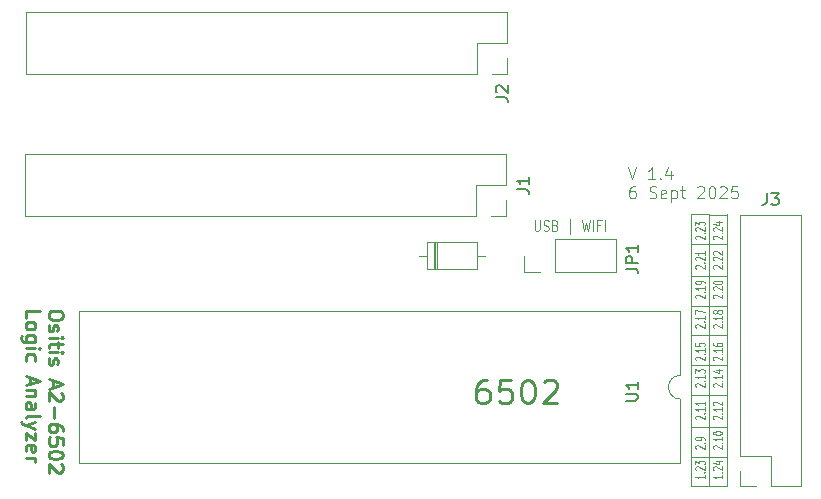
<source format=gbr>
%TF.GenerationSoftware,KiCad,Pcbnew,9.0.3*%
%TF.CreationDate,2025-09-07T17:51:58-04:00*%
%TF.ProjectId,6502-interposer,36353032-2d69-46e7-9465-72706f736572,rev?*%
%TF.SameCoordinates,Original*%
%TF.FileFunction,Legend,Top*%
%TF.FilePolarity,Positive*%
%FSLAX46Y46*%
G04 Gerber Fmt 4.6, Leading zero omitted, Abs format (unit mm)*
G04 Created by KiCad (PCBNEW 9.0.3) date 2025-09-07 17:51:58*
%MOMM*%
%LPD*%
G01*
G04 APERTURE LIST*
%ADD10C,0.100000*%
%ADD11C,0.250000*%
%ADD12C,0.150000*%
%ADD13C,0.120000*%
G04 APERTURE END LIST*
D10*
X105750000Y-72750000D02*
X102750000Y-72750000D01*
X105750000Y-62750000D02*
X102750000Y-62750000D01*
X105750000Y-80500000D02*
X102750000Y-80530000D01*
X105750000Y-57550000D02*
X102750000Y-57500000D01*
X105750000Y-70250000D02*
X102750000Y-70250000D01*
X105750000Y-65250000D02*
X102750000Y-65250000D01*
X102750000Y-57500000D02*
X102750000Y-80530000D01*
X105750000Y-57500000D02*
X105750000Y-80500000D01*
X105750000Y-75500000D02*
X102750000Y-75500000D01*
X105750000Y-67750000D02*
X102750000Y-67750000D01*
X105750000Y-78000000D02*
X102750000Y-78000000D01*
X104250000Y-57500000D02*
X104250000Y-80500000D01*
X105750000Y-60000000D02*
X102750000Y-60000000D01*
X103173085Y-64588972D02*
X103134990Y-64565163D01*
X103134990Y-64565163D02*
X103096895Y-64517544D01*
X103096895Y-64517544D02*
X103096895Y-64398496D01*
X103096895Y-64398496D02*
X103134990Y-64350877D01*
X103134990Y-64350877D02*
X103173085Y-64327068D01*
X103173085Y-64327068D02*
X103249276Y-64303258D01*
X103249276Y-64303258D02*
X103325466Y-64303258D01*
X103325466Y-64303258D02*
X103439752Y-64327068D01*
X103439752Y-64327068D02*
X103896895Y-64612782D01*
X103896895Y-64612782D02*
X103896895Y-64303258D01*
X103820704Y-64088973D02*
X103858800Y-64065163D01*
X103858800Y-64065163D02*
X103896895Y-64088973D01*
X103896895Y-64088973D02*
X103858800Y-64112782D01*
X103858800Y-64112782D02*
X103820704Y-64088973D01*
X103820704Y-64088973D02*
X103896895Y-64088973D01*
X103896895Y-63588973D02*
X103896895Y-63874687D01*
X103896895Y-63731830D02*
X103096895Y-63731830D01*
X103096895Y-63731830D02*
X103211180Y-63779449D01*
X103211180Y-63779449D02*
X103287371Y-63827068D01*
X103287371Y-63827068D02*
X103325466Y-63874687D01*
X103896895Y-63350878D02*
X103896895Y-63255640D01*
X103896895Y-63255640D02*
X103858800Y-63208021D01*
X103858800Y-63208021D02*
X103820704Y-63184212D01*
X103820704Y-63184212D02*
X103706419Y-63136593D01*
X103706419Y-63136593D02*
X103554038Y-63112783D01*
X103554038Y-63112783D02*
X103249276Y-63112783D01*
X103249276Y-63112783D02*
X103173085Y-63136593D01*
X103173085Y-63136593D02*
X103134990Y-63160402D01*
X103134990Y-63160402D02*
X103096895Y-63208021D01*
X103096895Y-63208021D02*
X103096895Y-63303259D01*
X103096895Y-63303259D02*
X103134990Y-63350878D01*
X103134990Y-63350878D02*
X103173085Y-63374688D01*
X103173085Y-63374688D02*
X103249276Y-63398497D01*
X103249276Y-63398497D02*
X103439752Y-63398497D01*
X103439752Y-63398497D02*
X103515942Y-63374688D01*
X103515942Y-63374688D02*
X103554038Y-63350878D01*
X103554038Y-63350878D02*
X103592133Y-63303259D01*
X103592133Y-63303259D02*
X103592133Y-63208021D01*
X103592133Y-63208021D02*
X103554038Y-63160402D01*
X103554038Y-63160402D02*
X103515942Y-63136593D01*
X103515942Y-63136593D02*
X103439752Y-63112783D01*
X103173085Y-72088972D02*
X103134990Y-72065163D01*
X103134990Y-72065163D02*
X103096895Y-72017544D01*
X103096895Y-72017544D02*
X103096895Y-71898496D01*
X103096895Y-71898496D02*
X103134990Y-71850877D01*
X103134990Y-71850877D02*
X103173085Y-71827068D01*
X103173085Y-71827068D02*
X103249276Y-71803258D01*
X103249276Y-71803258D02*
X103325466Y-71803258D01*
X103325466Y-71803258D02*
X103439752Y-71827068D01*
X103439752Y-71827068D02*
X103896895Y-72112782D01*
X103896895Y-72112782D02*
X103896895Y-71803258D01*
X103820704Y-71588973D02*
X103858800Y-71565163D01*
X103858800Y-71565163D02*
X103896895Y-71588973D01*
X103896895Y-71588973D02*
X103858800Y-71612782D01*
X103858800Y-71612782D02*
X103820704Y-71588973D01*
X103820704Y-71588973D02*
X103896895Y-71588973D01*
X103896895Y-71088973D02*
X103896895Y-71374687D01*
X103896895Y-71231830D02*
X103096895Y-71231830D01*
X103096895Y-71231830D02*
X103211180Y-71279449D01*
X103211180Y-71279449D02*
X103287371Y-71327068D01*
X103287371Y-71327068D02*
X103325466Y-71374687D01*
X103096895Y-70922307D02*
X103096895Y-70612783D01*
X103096895Y-70612783D02*
X103401657Y-70779450D01*
X103401657Y-70779450D02*
X103401657Y-70708021D01*
X103401657Y-70708021D02*
X103439752Y-70660402D01*
X103439752Y-70660402D02*
X103477847Y-70636593D01*
X103477847Y-70636593D02*
X103554038Y-70612783D01*
X103554038Y-70612783D02*
X103744514Y-70612783D01*
X103744514Y-70612783D02*
X103820704Y-70636593D01*
X103820704Y-70636593D02*
X103858800Y-70660402D01*
X103858800Y-70660402D02*
X103896895Y-70708021D01*
X103896895Y-70708021D02*
X103896895Y-70850878D01*
X103896895Y-70850878D02*
X103858800Y-70898497D01*
X103858800Y-70898497D02*
X103820704Y-70922307D01*
X103896895Y-79553258D02*
X103896895Y-79838972D01*
X103896895Y-79696115D02*
X103096895Y-79696115D01*
X103096895Y-79696115D02*
X103211180Y-79743734D01*
X103211180Y-79743734D02*
X103287371Y-79791353D01*
X103287371Y-79791353D02*
X103325466Y-79838972D01*
X103820704Y-79338973D02*
X103858800Y-79315163D01*
X103858800Y-79315163D02*
X103896895Y-79338973D01*
X103896895Y-79338973D02*
X103858800Y-79362782D01*
X103858800Y-79362782D02*
X103820704Y-79338973D01*
X103820704Y-79338973D02*
X103896895Y-79338973D01*
X103173085Y-79124687D02*
X103134990Y-79100878D01*
X103134990Y-79100878D02*
X103096895Y-79053259D01*
X103096895Y-79053259D02*
X103096895Y-78934211D01*
X103096895Y-78934211D02*
X103134990Y-78886592D01*
X103134990Y-78886592D02*
X103173085Y-78862783D01*
X103173085Y-78862783D02*
X103249276Y-78838973D01*
X103249276Y-78838973D02*
X103325466Y-78838973D01*
X103325466Y-78838973D02*
X103439752Y-78862783D01*
X103439752Y-78862783D02*
X103896895Y-79148497D01*
X103896895Y-79148497D02*
X103896895Y-78838973D01*
X103096895Y-78672307D02*
X103096895Y-78362783D01*
X103096895Y-78362783D02*
X103401657Y-78529450D01*
X103401657Y-78529450D02*
X103401657Y-78458021D01*
X103401657Y-78458021D02*
X103439752Y-78410402D01*
X103439752Y-78410402D02*
X103477847Y-78386593D01*
X103477847Y-78386593D02*
X103554038Y-78362783D01*
X103554038Y-78362783D02*
X103744514Y-78362783D01*
X103744514Y-78362783D02*
X103820704Y-78386593D01*
X103820704Y-78386593D02*
X103858800Y-78410402D01*
X103858800Y-78410402D02*
X103896895Y-78458021D01*
X103896895Y-78458021D02*
X103896895Y-78600878D01*
X103896895Y-78600878D02*
X103858800Y-78648497D01*
X103858800Y-78648497D02*
X103820704Y-78672307D01*
D11*
X49541790Y-65928758D02*
X49541790Y-66157330D01*
X49541790Y-66157330D02*
X49484647Y-66271615D01*
X49484647Y-66271615D02*
X49370361Y-66385901D01*
X49370361Y-66385901D02*
X49141790Y-66443044D01*
X49141790Y-66443044D02*
X48741790Y-66443044D01*
X48741790Y-66443044D02*
X48513218Y-66385901D01*
X48513218Y-66385901D02*
X48398933Y-66271615D01*
X48398933Y-66271615D02*
X48341790Y-66157330D01*
X48341790Y-66157330D02*
X48341790Y-65928758D01*
X48341790Y-65928758D02*
X48398933Y-65814473D01*
X48398933Y-65814473D02*
X48513218Y-65700187D01*
X48513218Y-65700187D02*
X48741790Y-65643044D01*
X48741790Y-65643044D02*
X49141790Y-65643044D01*
X49141790Y-65643044D02*
X49370361Y-65700187D01*
X49370361Y-65700187D02*
X49484647Y-65814473D01*
X49484647Y-65814473D02*
X49541790Y-65928758D01*
X48398933Y-66900187D02*
X48341790Y-67014473D01*
X48341790Y-67014473D02*
X48341790Y-67243044D01*
X48341790Y-67243044D02*
X48398933Y-67357330D01*
X48398933Y-67357330D02*
X48513218Y-67414473D01*
X48513218Y-67414473D02*
X48570361Y-67414473D01*
X48570361Y-67414473D02*
X48684647Y-67357330D01*
X48684647Y-67357330D02*
X48741790Y-67243044D01*
X48741790Y-67243044D02*
X48741790Y-67071616D01*
X48741790Y-67071616D02*
X48798933Y-66957330D01*
X48798933Y-66957330D02*
X48913218Y-66900187D01*
X48913218Y-66900187D02*
X48970361Y-66900187D01*
X48970361Y-66900187D02*
X49084647Y-66957330D01*
X49084647Y-66957330D02*
X49141790Y-67071616D01*
X49141790Y-67071616D02*
X49141790Y-67243044D01*
X49141790Y-67243044D02*
X49084647Y-67357330D01*
X48341790Y-67928759D02*
X49141790Y-67928759D01*
X49541790Y-67928759D02*
X49484647Y-67871616D01*
X49484647Y-67871616D02*
X49427504Y-67928759D01*
X49427504Y-67928759D02*
X49484647Y-67985902D01*
X49484647Y-67985902D02*
X49541790Y-67928759D01*
X49541790Y-67928759D02*
X49427504Y-67928759D01*
X49141790Y-68328759D02*
X49141790Y-68785902D01*
X49541790Y-68500188D02*
X48513218Y-68500188D01*
X48513218Y-68500188D02*
X48398933Y-68557331D01*
X48398933Y-68557331D02*
X48341790Y-68671616D01*
X48341790Y-68671616D02*
X48341790Y-68785902D01*
X48341790Y-69185902D02*
X49141790Y-69185902D01*
X49541790Y-69185902D02*
X49484647Y-69128759D01*
X49484647Y-69128759D02*
X49427504Y-69185902D01*
X49427504Y-69185902D02*
X49484647Y-69243045D01*
X49484647Y-69243045D02*
X49541790Y-69185902D01*
X49541790Y-69185902D02*
X49427504Y-69185902D01*
X48398933Y-69700188D02*
X48341790Y-69814474D01*
X48341790Y-69814474D02*
X48341790Y-70043045D01*
X48341790Y-70043045D02*
X48398933Y-70157331D01*
X48398933Y-70157331D02*
X48513218Y-70214474D01*
X48513218Y-70214474D02*
X48570361Y-70214474D01*
X48570361Y-70214474D02*
X48684647Y-70157331D01*
X48684647Y-70157331D02*
X48741790Y-70043045D01*
X48741790Y-70043045D02*
X48741790Y-69871617D01*
X48741790Y-69871617D02*
X48798933Y-69757331D01*
X48798933Y-69757331D02*
X48913218Y-69700188D01*
X48913218Y-69700188D02*
X48970361Y-69700188D01*
X48970361Y-69700188D02*
X49084647Y-69757331D01*
X49084647Y-69757331D02*
X49141790Y-69871617D01*
X49141790Y-69871617D02*
X49141790Y-70043045D01*
X49141790Y-70043045D02*
X49084647Y-70157331D01*
X48684647Y-71585903D02*
X48684647Y-72157332D01*
X48341790Y-71471617D02*
X49541790Y-71871617D01*
X49541790Y-71871617D02*
X48341790Y-72271617D01*
X49427504Y-72614474D02*
X49484647Y-72671617D01*
X49484647Y-72671617D02*
X49541790Y-72785903D01*
X49541790Y-72785903D02*
X49541790Y-73071617D01*
X49541790Y-73071617D02*
X49484647Y-73185903D01*
X49484647Y-73185903D02*
X49427504Y-73243045D01*
X49427504Y-73243045D02*
X49313218Y-73300188D01*
X49313218Y-73300188D02*
X49198933Y-73300188D01*
X49198933Y-73300188D02*
X49027504Y-73243045D01*
X49027504Y-73243045D02*
X48341790Y-72557331D01*
X48341790Y-72557331D02*
X48341790Y-73300188D01*
X48798933Y-73814474D02*
X48798933Y-74728760D01*
X49541790Y-75814474D02*
X49541790Y-75585902D01*
X49541790Y-75585902D02*
X49484647Y-75471616D01*
X49484647Y-75471616D02*
X49427504Y-75414474D01*
X49427504Y-75414474D02*
X49256075Y-75300188D01*
X49256075Y-75300188D02*
X49027504Y-75243045D01*
X49027504Y-75243045D02*
X48570361Y-75243045D01*
X48570361Y-75243045D02*
X48456075Y-75300188D01*
X48456075Y-75300188D02*
X48398933Y-75357331D01*
X48398933Y-75357331D02*
X48341790Y-75471616D01*
X48341790Y-75471616D02*
X48341790Y-75700188D01*
X48341790Y-75700188D02*
X48398933Y-75814474D01*
X48398933Y-75814474D02*
X48456075Y-75871616D01*
X48456075Y-75871616D02*
X48570361Y-75928759D01*
X48570361Y-75928759D02*
X48856075Y-75928759D01*
X48856075Y-75928759D02*
X48970361Y-75871616D01*
X48970361Y-75871616D02*
X49027504Y-75814474D01*
X49027504Y-75814474D02*
X49084647Y-75700188D01*
X49084647Y-75700188D02*
X49084647Y-75471616D01*
X49084647Y-75471616D02*
X49027504Y-75357331D01*
X49027504Y-75357331D02*
X48970361Y-75300188D01*
X48970361Y-75300188D02*
X48856075Y-75243045D01*
X49541790Y-77014473D02*
X49541790Y-76443045D01*
X49541790Y-76443045D02*
X48970361Y-76385902D01*
X48970361Y-76385902D02*
X49027504Y-76443045D01*
X49027504Y-76443045D02*
X49084647Y-76557331D01*
X49084647Y-76557331D02*
X49084647Y-76843045D01*
X49084647Y-76843045D02*
X49027504Y-76957331D01*
X49027504Y-76957331D02*
X48970361Y-77014473D01*
X48970361Y-77014473D02*
X48856075Y-77071616D01*
X48856075Y-77071616D02*
X48570361Y-77071616D01*
X48570361Y-77071616D02*
X48456075Y-77014473D01*
X48456075Y-77014473D02*
X48398933Y-76957331D01*
X48398933Y-76957331D02*
X48341790Y-76843045D01*
X48341790Y-76843045D02*
X48341790Y-76557331D01*
X48341790Y-76557331D02*
X48398933Y-76443045D01*
X48398933Y-76443045D02*
X48456075Y-76385902D01*
X49541790Y-77814473D02*
X49541790Y-77928759D01*
X49541790Y-77928759D02*
X49484647Y-78043045D01*
X49484647Y-78043045D02*
X49427504Y-78100188D01*
X49427504Y-78100188D02*
X49313218Y-78157330D01*
X49313218Y-78157330D02*
X49084647Y-78214473D01*
X49084647Y-78214473D02*
X48798933Y-78214473D01*
X48798933Y-78214473D02*
X48570361Y-78157330D01*
X48570361Y-78157330D02*
X48456075Y-78100188D01*
X48456075Y-78100188D02*
X48398933Y-78043045D01*
X48398933Y-78043045D02*
X48341790Y-77928759D01*
X48341790Y-77928759D02*
X48341790Y-77814473D01*
X48341790Y-77814473D02*
X48398933Y-77700188D01*
X48398933Y-77700188D02*
X48456075Y-77643045D01*
X48456075Y-77643045D02*
X48570361Y-77585902D01*
X48570361Y-77585902D02*
X48798933Y-77528759D01*
X48798933Y-77528759D02*
X49084647Y-77528759D01*
X49084647Y-77528759D02*
X49313218Y-77585902D01*
X49313218Y-77585902D02*
X49427504Y-77643045D01*
X49427504Y-77643045D02*
X49484647Y-77700188D01*
X49484647Y-77700188D02*
X49541790Y-77814473D01*
X49427504Y-78671616D02*
X49484647Y-78728759D01*
X49484647Y-78728759D02*
X49541790Y-78843045D01*
X49541790Y-78843045D02*
X49541790Y-79128759D01*
X49541790Y-79128759D02*
X49484647Y-79243045D01*
X49484647Y-79243045D02*
X49427504Y-79300187D01*
X49427504Y-79300187D02*
X49313218Y-79357330D01*
X49313218Y-79357330D02*
X49198933Y-79357330D01*
X49198933Y-79357330D02*
X49027504Y-79300187D01*
X49027504Y-79300187D02*
X48341790Y-78614473D01*
X48341790Y-78614473D02*
X48341790Y-79357330D01*
X46409857Y-66271615D02*
X46409857Y-65700187D01*
X46409857Y-65700187D02*
X47609857Y-65700187D01*
X46409857Y-66843044D02*
X46467000Y-66728759D01*
X46467000Y-66728759D02*
X46524142Y-66671616D01*
X46524142Y-66671616D02*
X46638428Y-66614473D01*
X46638428Y-66614473D02*
X46981285Y-66614473D01*
X46981285Y-66614473D02*
X47095571Y-66671616D01*
X47095571Y-66671616D02*
X47152714Y-66728759D01*
X47152714Y-66728759D02*
X47209857Y-66843044D01*
X47209857Y-66843044D02*
X47209857Y-67014473D01*
X47209857Y-67014473D02*
X47152714Y-67128759D01*
X47152714Y-67128759D02*
X47095571Y-67185902D01*
X47095571Y-67185902D02*
X46981285Y-67243044D01*
X46981285Y-67243044D02*
X46638428Y-67243044D01*
X46638428Y-67243044D02*
X46524142Y-67185902D01*
X46524142Y-67185902D02*
X46467000Y-67128759D01*
X46467000Y-67128759D02*
X46409857Y-67014473D01*
X46409857Y-67014473D02*
X46409857Y-66843044D01*
X47209857Y-68271616D02*
X46238428Y-68271616D01*
X46238428Y-68271616D02*
X46124142Y-68214473D01*
X46124142Y-68214473D02*
X46067000Y-68157330D01*
X46067000Y-68157330D02*
X46009857Y-68043044D01*
X46009857Y-68043044D02*
X46009857Y-67871616D01*
X46009857Y-67871616D02*
X46067000Y-67757330D01*
X46467000Y-68271616D02*
X46409857Y-68157330D01*
X46409857Y-68157330D02*
X46409857Y-67928758D01*
X46409857Y-67928758D02*
X46467000Y-67814473D01*
X46467000Y-67814473D02*
X46524142Y-67757330D01*
X46524142Y-67757330D02*
X46638428Y-67700187D01*
X46638428Y-67700187D02*
X46981285Y-67700187D01*
X46981285Y-67700187D02*
X47095571Y-67757330D01*
X47095571Y-67757330D02*
X47152714Y-67814473D01*
X47152714Y-67814473D02*
X47209857Y-67928758D01*
X47209857Y-67928758D02*
X47209857Y-68157330D01*
X47209857Y-68157330D02*
X47152714Y-68271616D01*
X46409857Y-68843044D02*
X47209857Y-68843044D01*
X47609857Y-68843044D02*
X47552714Y-68785901D01*
X47552714Y-68785901D02*
X47495571Y-68843044D01*
X47495571Y-68843044D02*
X47552714Y-68900187D01*
X47552714Y-68900187D02*
X47609857Y-68843044D01*
X47609857Y-68843044D02*
X47495571Y-68843044D01*
X46467000Y-69928759D02*
X46409857Y-69814473D01*
X46409857Y-69814473D02*
X46409857Y-69585901D01*
X46409857Y-69585901D02*
X46467000Y-69471616D01*
X46467000Y-69471616D02*
X46524142Y-69414473D01*
X46524142Y-69414473D02*
X46638428Y-69357330D01*
X46638428Y-69357330D02*
X46981285Y-69357330D01*
X46981285Y-69357330D02*
X47095571Y-69414473D01*
X47095571Y-69414473D02*
X47152714Y-69471616D01*
X47152714Y-69471616D02*
X47209857Y-69585901D01*
X47209857Y-69585901D02*
X47209857Y-69814473D01*
X47209857Y-69814473D02*
X47152714Y-69928759D01*
X46752714Y-71300187D02*
X46752714Y-71871616D01*
X46409857Y-71185901D02*
X47609857Y-71585901D01*
X47609857Y-71585901D02*
X46409857Y-71985901D01*
X47209857Y-72385901D02*
X46409857Y-72385901D01*
X47095571Y-72385901D02*
X47152714Y-72443044D01*
X47152714Y-72443044D02*
X47209857Y-72557329D01*
X47209857Y-72557329D02*
X47209857Y-72728758D01*
X47209857Y-72728758D02*
X47152714Y-72843044D01*
X47152714Y-72843044D02*
X47038428Y-72900187D01*
X47038428Y-72900187D02*
X46409857Y-72900187D01*
X46409857Y-73985901D02*
X47038428Y-73985901D01*
X47038428Y-73985901D02*
X47152714Y-73928758D01*
X47152714Y-73928758D02*
X47209857Y-73814472D01*
X47209857Y-73814472D02*
X47209857Y-73585901D01*
X47209857Y-73585901D02*
X47152714Y-73471615D01*
X46467000Y-73985901D02*
X46409857Y-73871615D01*
X46409857Y-73871615D02*
X46409857Y-73585901D01*
X46409857Y-73585901D02*
X46467000Y-73471615D01*
X46467000Y-73471615D02*
X46581285Y-73414472D01*
X46581285Y-73414472D02*
X46695571Y-73414472D01*
X46695571Y-73414472D02*
X46809857Y-73471615D01*
X46809857Y-73471615D02*
X46867000Y-73585901D01*
X46867000Y-73585901D02*
X46867000Y-73871615D01*
X46867000Y-73871615D02*
X46924142Y-73985901D01*
X46409857Y-74728757D02*
X46467000Y-74614472D01*
X46467000Y-74614472D02*
X46581285Y-74557329D01*
X46581285Y-74557329D02*
X47609857Y-74557329D01*
X47209857Y-75071614D02*
X46409857Y-75357328D01*
X47209857Y-75643043D02*
X46409857Y-75357328D01*
X46409857Y-75357328D02*
X46124142Y-75243043D01*
X46124142Y-75243043D02*
X46067000Y-75185900D01*
X46067000Y-75185900D02*
X46009857Y-75071614D01*
X47209857Y-75985900D02*
X47209857Y-76614472D01*
X47209857Y-76614472D02*
X46409857Y-75985900D01*
X46409857Y-75985900D02*
X46409857Y-76614472D01*
X46467000Y-77528758D02*
X46409857Y-77414472D01*
X46409857Y-77414472D02*
X46409857Y-77185901D01*
X46409857Y-77185901D02*
X46467000Y-77071615D01*
X46467000Y-77071615D02*
X46581285Y-77014472D01*
X46581285Y-77014472D02*
X47038428Y-77014472D01*
X47038428Y-77014472D02*
X47152714Y-77071615D01*
X47152714Y-77071615D02*
X47209857Y-77185901D01*
X47209857Y-77185901D02*
X47209857Y-77414472D01*
X47209857Y-77414472D02*
X47152714Y-77528758D01*
X47152714Y-77528758D02*
X47038428Y-77585901D01*
X47038428Y-77585901D02*
X46924142Y-77585901D01*
X46924142Y-77585901D02*
X46809857Y-77014472D01*
X46409857Y-78100186D02*
X47209857Y-78100186D01*
X46981285Y-78100186D02*
X47095571Y-78157329D01*
X47095571Y-78157329D02*
X47152714Y-78214472D01*
X47152714Y-78214472D02*
X47209857Y-78328757D01*
X47209857Y-78328757D02*
X47209857Y-78443043D01*
D10*
X104673085Y-74838972D02*
X104634990Y-74815163D01*
X104634990Y-74815163D02*
X104596895Y-74767544D01*
X104596895Y-74767544D02*
X104596895Y-74648496D01*
X104596895Y-74648496D02*
X104634990Y-74600877D01*
X104634990Y-74600877D02*
X104673085Y-74577068D01*
X104673085Y-74577068D02*
X104749276Y-74553258D01*
X104749276Y-74553258D02*
X104825466Y-74553258D01*
X104825466Y-74553258D02*
X104939752Y-74577068D01*
X104939752Y-74577068D02*
X105396895Y-74862782D01*
X105396895Y-74862782D02*
X105396895Y-74553258D01*
X105320704Y-74338973D02*
X105358800Y-74315163D01*
X105358800Y-74315163D02*
X105396895Y-74338973D01*
X105396895Y-74338973D02*
X105358800Y-74362782D01*
X105358800Y-74362782D02*
X105320704Y-74338973D01*
X105320704Y-74338973D02*
X105396895Y-74338973D01*
X105396895Y-73838973D02*
X105396895Y-74124687D01*
X105396895Y-73981830D02*
X104596895Y-73981830D01*
X104596895Y-73981830D02*
X104711180Y-74029449D01*
X104711180Y-74029449D02*
X104787371Y-74077068D01*
X104787371Y-74077068D02*
X104825466Y-74124687D01*
X104673085Y-73648497D02*
X104634990Y-73624688D01*
X104634990Y-73624688D02*
X104596895Y-73577069D01*
X104596895Y-73577069D02*
X104596895Y-73458021D01*
X104596895Y-73458021D02*
X104634990Y-73410402D01*
X104634990Y-73410402D02*
X104673085Y-73386593D01*
X104673085Y-73386593D02*
X104749276Y-73362783D01*
X104749276Y-73362783D02*
X104825466Y-73362783D01*
X104825466Y-73362783D02*
X104939752Y-73386593D01*
X104939752Y-73386593D02*
X105396895Y-73672307D01*
X105396895Y-73672307D02*
X105396895Y-73362783D01*
X103173085Y-69838972D02*
X103134990Y-69815163D01*
X103134990Y-69815163D02*
X103096895Y-69767544D01*
X103096895Y-69767544D02*
X103096895Y-69648496D01*
X103096895Y-69648496D02*
X103134990Y-69600877D01*
X103134990Y-69600877D02*
X103173085Y-69577068D01*
X103173085Y-69577068D02*
X103249276Y-69553258D01*
X103249276Y-69553258D02*
X103325466Y-69553258D01*
X103325466Y-69553258D02*
X103439752Y-69577068D01*
X103439752Y-69577068D02*
X103896895Y-69862782D01*
X103896895Y-69862782D02*
X103896895Y-69553258D01*
X103820704Y-69338973D02*
X103858800Y-69315163D01*
X103858800Y-69315163D02*
X103896895Y-69338973D01*
X103896895Y-69338973D02*
X103858800Y-69362782D01*
X103858800Y-69362782D02*
X103820704Y-69338973D01*
X103820704Y-69338973D02*
X103896895Y-69338973D01*
X103896895Y-68838973D02*
X103896895Y-69124687D01*
X103896895Y-68981830D02*
X103096895Y-68981830D01*
X103096895Y-68981830D02*
X103211180Y-69029449D01*
X103211180Y-69029449D02*
X103287371Y-69077068D01*
X103287371Y-69077068D02*
X103325466Y-69124687D01*
X103096895Y-68386593D02*
X103096895Y-68624688D01*
X103096895Y-68624688D02*
X103477847Y-68648497D01*
X103477847Y-68648497D02*
X103439752Y-68624688D01*
X103439752Y-68624688D02*
X103401657Y-68577069D01*
X103401657Y-68577069D02*
X103401657Y-68458021D01*
X103401657Y-68458021D02*
X103439752Y-68410402D01*
X103439752Y-68410402D02*
X103477847Y-68386593D01*
X103477847Y-68386593D02*
X103554038Y-68362783D01*
X103554038Y-68362783D02*
X103744514Y-68362783D01*
X103744514Y-68362783D02*
X103820704Y-68386593D01*
X103820704Y-68386593D02*
X103858800Y-68410402D01*
X103858800Y-68410402D02*
X103896895Y-68458021D01*
X103896895Y-68458021D02*
X103896895Y-68577069D01*
X103896895Y-68577069D02*
X103858800Y-68624688D01*
X103858800Y-68624688D02*
X103820704Y-68648497D01*
X103173085Y-67088972D02*
X103134990Y-67065163D01*
X103134990Y-67065163D02*
X103096895Y-67017544D01*
X103096895Y-67017544D02*
X103096895Y-66898496D01*
X103096895Y-66898496D02*
X103134990Y-66850877D01*
X103134990Y-66850877D02*
X103173085Y-66827068D01*
X103173085Y-66827068D02*
X103249276Y-66803258D01*
X103249276Y-66803258D02*
X103325466Y-66803258D01*
X103325466Y-66803258D02*
X103439752Y-66827068D01*
X103439752Y-66827068D02*
X103896895Y-67112782D01*
X103896895Y-67112782D02*
X103896895Y-66803258D01*
X103820704Y-66588973D02*
X103858800Y-66565163D01*
X103858800Y-66565163D02*
X103896895Y-66588973D01*
X103896895Y-66588973D02*
X103858800Y-66612782D01*
X103858800Y-66612782D02*
X103820704Y-66588973D01*
X103820704Y-66588973D02*
X103896895Y-66588973D01*
X103896895Y-66088973D02*
X103896895Y-66374687D01*
X103896895Y-66231830D02*
X103096895Y-66231830D01*
X103096895Y-66231830D02*
X103211180Y-66279449D01*
X103211180Y-66279449D02*
X103287371Y-66327068D01*
X103287371Y-66327068D02*
X103325466Y-66374687D01*
X103096895Y-65922307D02*
X103096895Y-65588974D01*
X103096895Y-65588974D02*
X103896895Y-65803259D01*
X104673085Y-62088972D02*
X104634990Y-62065163D01*
X104634990Y-62065163D02*
X104596895Y-62017544D01*
X104596895Y-62017544D02*
X104596895Y-61898496D01*
X104596895Y-61898496D02*
X104634990Y-61850877D01*
X104634990Y-61850877D02*
X104673085Y-61827068D01*
X104673085Y-61827068D02*
X104749276Y-61803258D01*
X104749276Y-61803258D02*
X104825466Y-61803258D01*
X104825466Y-61803258D02*
X104939752Y-61827068D01*
X104939752Y-61827068D02*
X105396895Y-62112782D01*
X105396895Y-62112782D02*
X105396895Y-61803258D01*
X105320704Y-61588973D02*
X105358800Y-61565163D01*
X105358800Y-61565163D02*
X105396895Y-61588973D01*
X105396895Y-61588973D02*
X105358800Y-61612782D01*
X105358800Y-61612782D02*
X105320704Y-61588973D01*
X105320704Y-61588973D02*
X105396895Y-61588973D01*
X104673085Y-61374687D02*
X104634990Y-61350878D01*
X104634990Y-61350878D02*
X104596895Y-61303259D01*
X104596895Y-61303259D02*
X104596895Y-61184211D01*
X104596895Y-61184211D02*
X104634990Y-61136592D01*
X104634990Y-61136592D02*
X104673085Y-61112783D01*
X104673085Y-61112783D02*
X104749276Y-61088973D01*
X104749276Y-61088973D02*
X104825466Y-61088973D01*
X104825466Y-61088973D02*
X104939752Y-61112783D01*
X104939752Y-61112783D02*
X105396895Y-61398497D01*
X105396895Y-61398497D02*
X105396895Y-61088973D01*
X104673085Y-60898497D02*
X104634990Y-60874688D01*
X104634990Y-60874688D02*
X104596895Y-60827069D01*
X104596895Y-60827069D02*
X104596895Y-60708021D01*
X104596895Y-60708021D02*
X104634990Y-60660402D01*
X104634990Y-60660402D02*
X104673085Y-60636593D01*
X104673085Y-60636593D02*
X104749276Y-60612783D01*
X104749276Y-60612783D02*
X104825466Y-60612783D01*
X104825466Y-60612783D02*
X104939752Y-60636593D01*
X104939752Y-60636593D02*
X105396895Y-60922307D01*
X105396895Y-60922307D02*
X105396895Y-60612783D01*
X89494360Y-57984657D02*
X89494360Y-58713228D01*
X89494360Y-58713228D02*
X89530074Y-58798942D01*
X89530074Y-58798942D02*
X89565789Y-58841800D01*
X89565789Y-58841800D02*
X89637217Y-58884657D01*
X89637217Y-58884657D02*
X89780074Y-58884657D01*
X89780074Y-58884657D02*
X89851503Y-58841800D01*
X89851503Y-58841800D02*
X89887217Y-58798942D01*
X89887217Y-58798942D02*
X89922931Y-58713228D01*
X89922931Y-58713228D02*
X89922931Y-57984657D01*
X90244360Y-58841800D02*
X90351503Y-58884657D01*
X90351503Y-58884657D02*
X90530074Y-58884657D01*
X90530074Y-58884657D02*
X90601503Y-58841800D01*
X90601503Y-58841800D02*
X90637217Y-58798942D01*
X90637217Y-58798942D02*
X90672931Y-58713228D01*
X90672931Y-58713228D02*
X90672931Y-58627514D01*
X90672931Y-58627514D02*
X90637217Y-58541800D01*
X90637217Y-58541800D02*
X90601503Y-58498942D01*
X90601503Y-58498942D02*
X90530074Y-58456085D01*
X90530074Y-58456085D02*
X90387217Y-58413228D01*
X90387217Y-58413228D02*
X90315788Y-58370371D01*
X90315788Y-58370371D02*
X90280074Y-58327514D01*
X90280074Y-58327514D02*
X90244360Y-58241800D01*
X90244360Y-58241800D02*
X90244360Y-58156085D01*
X90244360Y-58156085D02*
X90280074Y-58070371D01*
X90280074Y-58070371D02*
X90315788Y-58027514D01*
X90315788Y-58027514D02*
X90387217Y-57984657D01*
X90387217Y-57984657D02*
X90565788Y-57984657D01*
X90565788Y-57984657D02*
X90672931Y-58027514D01*
X91244360Y-58413228D02*
X91351503Y-58456085D01*
X91351503Y-58456085D02*
X91387217Y-58498942D01*
X91387217Y-58498942D02*
X91422931Y-58584657D01*
X91422931Y-58584657D02*
X91422931Y-58713228D01*
X91422931Y-58713228D02*
X91387217Y-58798942D01*
X91387217Y-58798942D02*
X91351503Y-58841800D01*
X91351503Y-58841800D02*
X91280074Y-58884657D01*
X91280074Y-58884657D02*
X90994360Y-58884657D01*
X90994360Y-58884657D02*
X90994360Y-57984657D01*
X90994360Y-57984657D02*
X91244360Y-57984657D01*
X91244360Y-57984657D02*
X91315789Y-58027514D01*
X91315789Y-58027514D02*
X91351503Y-58070371D01*
X91351503Y-58070371D02*
X91387217Y-58156085D01*
X91387217Y-58156085D02*
X91387217Y-58241800D01*
X91387217Y-58241800D02*
X91351503Y-58327514D01*
X91351503Y-58327514D02*
X91315789Y-58370371D01*
X91315789Y-58370371D02*
X91244360Y-58413228D01*
X91244360Y-58413228D02*
X90994360Y-58413228D01*
X92494360Y-59184657D02*
X92494360Y-57898942D01*
X93530075Y-57984657D02*
X93708647Y-58884657D01*
X93708647Y-58884657D02*
X93851504Y-58241800D01*
X93851504Y-58241800D02*
X93994361Y-58884657D01*
X93994361Y-58884657D02*
X94172933Y-57984657D01*
X94458647Y-58884657D02*
X94458647Y-57984657D01*
X95065790Y-58413228D02*
X94815790Y-58413228D01*
X94815790Y-58884657D02*
X94815790Y-57984657D01*
X94815790Y-57984657D02*
X95172933Y-57984657D01*
X95458647Y-58884657D02*
X95458647Y-57984657D01*
X104673085Y-67088972D02*
X104634990Y-67065163D01*
X104634990Y-67065163D02*
X104596895Y-67017544D01*
X104596895Y-67017544D02*
X104596895Y-66898496D01*
X104596895Y-66898496D02*
X104634990Y-66850877D01*
X104634990Y-66850877D02*
X104673085Y-66827068D01*
X104673085Y-66827068D02*
X104749276Y-66803258D01*
X104749276Y-66803258D02*
X104825466Y-66803258D01*
X104825466Y-66803258D02*
X104939752Y-66827068D01*
X104939752Y-66827068D02*
X105396895Y-67112782D01*
X105396895Y-67112782D02*
X105396895Y-66803258D01*
X105320704Y-66588973D02*
X105358800Y-66565163D01*
X105358800Y-66565163D02*
X105396895Y-66588973D01*
X105396895Y-66588973D02*
X105358800Y-66612782D01*
X105358800Y-66612782D02*
X105320704Y-66588973D01*
X105320704Y-66588973D02*
X105396895Y-66588973D01*
X105396895Y-66088973D02*
X105396895Y-66374687D01*
X105396895Y-66231830D02*
X104596895Y-66231830D01*
X104596895Y-66231830D02*
X104711180Y-66279449D01*
X104711180Y-66279449D02*
X104787371Y-66327068D01*
X104787371Y-66327068D02*
X104825466Y-66374687D01*
X104939752Y-65803259D02*
X104901657Y-65850878D01*
X104901657Y-65850878D02*
X104863561Y-65874688D01*
X104863561Y-65874688D02*
X104787371Y-65898497D01*
X104787371Y-65898497D02*
X104749276Y-65898497D01*
X104749276Y-65898497D02*
X104673085Y-65874688D01*
X104673085Y-65874688D02*
X104634990Y-65850878D01*
X104634990Y-65850878D02*
X104596895Y-65803259D01*
X104596895Y-65803259D02*
X104596895Y-65708021D01*
X104596895Y-65708021D02*
X104634990Y-65660402D01*
X104634990Y-65660402D02*
X104673085Y-65636593D01*
X104673085Y-65636593D02*
X104749276Y-65612783D01*
X104749276Y-65612783D02*
X104787371Y-65612783D01*
X104787371Y-65612783D02*
X104863561Y-65636593D01*
X104863561Y-65636593D02*
X104901657Y-65660402D01*
X104901657Y-65660402D02*
X104939752Y-65708021D01*
X104939752Y-65708021D02*
X104939752Y-65803259D01*
X104939752Y-65803259D02*
X104977847Y-65850878D01*
X104977847Y-65850878D02*
X105015942Y-65874688D01*
X105015942Y-65874688D02*
X105092133Y-65898497D01*
X105092133Y-65898497D02*
X105244514Y-65898497D01*
X105244514Y-65898497D02*
X105320704Y-65874688D01*
X105320704Y-65874688D02*
X105358800Y-65850878D01*
X105358800Y-65850878D02*
X105396895Y-65803259D01*
X105396895Y-65803259D02*
X105396895Y-65708021D01*
X105396895Y-65708021D02*
X105358800Y-65660402D01*
X105358800Y-65660402D02*
X105320704Y-65636593D01*
X105320704Y-65636593D02*
X105244514Y-65612783D01*
X105244514Y-65612783D02*
X105092133Y-65612783D01*
X105092133Y-65612783D02*
X105015942Y-65636593D01*
X105015942Y-65636593D02*
X104977847Y-65660402D01*
X104977847Y-65660402D02*
X104939752Y-65708021D01*
X103173085Y-59588972D02*
X103134990Y-59565163D01*
X103134990Y-59565163D02*
X103096895Y-59517544D01*
X103096895Y-59517544D02*
X103096895Y-59398496D01*
X103096895Y-59398496D02*
X103134990Y-59350877D01*
X103134990Y-59350877D02*
X103173085Y-59327068D01*
X103173085Y-59327068D02*
X103249276Y-59303258D01*
X103249276Y-59303258D02*
X103325466Y-59303258D01*
X103325466Y-59303258D02*
X103439752Y-59327068D01*
X103439752Y-59327068D02*
X103896895Y-59612782D01*
X103896895Y-59612782D02*
X103896895Y-59303258D01*
X103820704Y-59088973D02*
X103858800Y-59065163D01*
X103858800Y-59065163D02*
X103896895Y-59088973D01*
X103896895Y-59088973D02*
X103858800Y-59112782D01*
X103858800Y-59112782D02*
X103820704Y-59088973D01*
X103820704Y-59088973D02*
X103896895Y-59088973D01*
X103173085Y-58874687D02*
X103134990Y-58850878D01*
X103134990Y-58850878D02*
X103096895Y-58803259D01*
X103096895Y-58803259D02*
X103096895Y-58684211D01*
X103096895Y-58684211D02*
X103134990Y-58636592D01*
X103134990Y-58636592D02*
X103173085Y-58612783D01*
X103173085Y-58612783D02*
X103249276Y-58588973D01*
X103249276Y-58588973D02*
X103325466Y-58588973D01*
X103325466Y-58588973D02*
X103439752Y-58612783D01*
X103439752Y-58612783D02*
X103896895Y-58898497D01*
X103896895Y-58898497D02*
X103896895Y-58588973D01*
X103096895Y-58422307D02*
X103096895Y-58112783D01*
X103096895Y-58112783D02*
X103401657Y-58279450D01*
X103401657Y-58279450D02*
X103401657Y-58208021D01*
X103401657Y-58208021D02*
X103439752Y-58160402D01*
X103439752Y-58160402D02*
X103477847Y-58136593D01*
X103477847Y-58136593D02*
X103554038Y-58112783D01*
X103554038Y-58112783D02*
X103744514Y-58112783D01*
X103744514Y-58112783D02*
X103820704Y-58136593D01*
X103820704Y-58136593D02*
X103858800Y-58160402D01*
X103858800Y-58160402D02*
X103896895Y-58208021D01*
X103896895Y-58208021D02*
X103896895Y-58350878D01*
X103896895Y-58350878D02*
X103858800Y-58398497D01*
X103858800Y-58398497D02*
X103820704Y-58422307D01*
X104673085Y-77338972D02*
X104634990Y-77315163D01*
X104634990Y-77315163D02*
X104596895Y-77267544D01*
X104596895Y-77267544D02*
X104596895Y-77148496D01*
X104596895Y-77148496D02*
X104634990Y-77100877D01*
X104634990Y-77100877D02*
X104673085Y-77077068D01*
X104673085Y-77077068D02*
X104749276Y-77053258D01*
X104749276Y-77053258D02*
X104825466Y-77053258D01*
X104825466Y-77053258D02*
X104939752Y-77077068D01*
X104939752Y-77077068D02*
X105396895Y-77362782D01*
X105396895Y-77362782D02*
X105396895Y-77053258D01*
X105320704Y-76838973D02*
X105358800Y-76815163D01*
X105358800Y-76815163D02*
X105396895Y-76838973D01*
X105396895Y-76838973D02*
X105358800Y-76862782D01*
X105358800Y-76862782D02*
X105320704Y-76838973D01*
X105320704Y-76838973D02*
X105396895Y-76838973D01*
X105396895Y-76338973D02*
X105396895Y-76624687D01*
X105396895Y-76481830D02*
X104596895Y-76481830D01*
X104596895Y-76481830D02*
X104711180Y-76529449D01*
X104711180Y-76529449D02*
X104787371Y-76577068D01*
X104787371Y-76577068D02*
X104825466Y-76624687D01*
X104596895Y-76029450D02*
X104596895Y-75981831D01*
X104596895Y-75981831D02*
X104634990Y-75934212D01*
X104634990Y-75934212D02*
X104673085Y-75910402D01*
X104673085Y-75910402D02*
X104749276Y-75886593D01*
X104749276Y-75886593D02*
X104901657Y-75862783D01*
X104901657Y-75862783D02*
X105092133Y-75862783D01*
X105092133Y-75862783D02*
X105244514Y-75886593D01*
X105244514Y-75886593D02*
X105320704Y-75910402D01*
X105320704Y-75910402D02*
X105358800Y-75934212D01*
X105358800Y-75934212D02*
X105396895Y-75981831D01*
X105396895Y-75981831D02*
X105396895Y-76029450D01*
X105396895Y-76029450D02*
X105358800Y-76077069D01*
X105358800Y-76077069D02*
X105320704Y-76100878D01*
X105320704Y-76100878D02*
X105244514Y-76124688D01*
X105244514Y-76124688D02*
X105092133Y-76148497D01*
X105092133Y-76148497D02*
X104901657Y-76148497D01*
X104901657Y-76148497D02*
X104749276Y-76124688D01*
X104749276Y-76124688D02*
X104673085Y-76100878D01*
X104673085Y-76100878D02*
X104634990Y-76077069D01*
X104634990Y-76077069D02*
X104596895Y-76029450D01*
X104673085Y-72088972D02*
X104634990Y-72065163D01*
X104634990Y-72065163D02*
X104596895Y-72017544D01*
X104596895Y-72017544D02*
X104596895Y-71898496D01*
X104596895Y-71898496D02*
X104634990Y-71850877D01*
X104634990Y-71850877D02*
X104673085Y-71827068D01*
X104673085Y-71827068D02*
X104749276Y-71803258D01*
X104749276Y-71803258D02*
X104825466Y-71803258D01*
X104825466Y-71803258D02*
X104939752Y-71827068D01*
X104939752Y-71827068D02*
X105396895Y-72112782D01*
X105396895Y-72112782D02*
X105396895Y-71803258D01*
X105320704Y-71588973D02*
X105358800Y-71565163D01*
X105358800Y-71565163D02*
X105396895Y-71588973D01*
X105396895Y-71588973D02*
X105358800Y-71612782D01*
X105358800Y-71612782D02*
X105320704Y-71588973D01*
X105320704Y-71588973D02*
X105396895Y-71588973D01*
X105396895Y-71088973D02*
X105396895Y-71374687D01*
X105396895Y-71231830D02*
X104596895Y-71231830D01*
X104596895Y-71231830D02*
X104711180Y-71279449D01*
X104711180Y-71279449D02*
X104787371Y-71327068D01*
X104787371Y-71327068D02*
X104825466Y-71374687D01*
X104863561Y-70660402D02*
X105396895Y-70660402D01*
X104558800Y-70779450D02*
X105130228Y-70898497D01*
X105130228Y-70898497D02*
X105130228Y-70588974D01*
X105396895Y-79553258D02*
X105396895Y-79838972D01*
X105396895Y-79696115D02*
X104596895Y-79696115D01*
X104596895Y-79696115D02*
X104711180Y-79743734D01*
X104711180Y-79743734D02*
X104787371Y-79791353D01*
X104787371Y-79791353D02*
X104825466Y-79838972D01*
X105320704Y-79338973D02*
X105358800Y-79315163D01*
X105358800Y-79315163D02*
X105396895Y-79338973D01*
X105396895Y-79338973D02*
X105358800Y-79362782D01*
X105358800Y-79362782D02*
X105320704Y-79338973D01*
X105320704Y-79338973D02*
X105396895Y-79338973D01*
X104673085Y-79124687D02*
X104634990Y-79100878D01*
X104634990Y-79100878D02*
X104596895Y-79053259D01*
X104596895Y-79053259D02*
X104596895Y-78934211D01*
X104596895Y-78934211D02*
X104634990Y-78886592D01*
X104634990Y-78886592D02*
X104673085Y-78862783D01*
X104673085Y-78862783D02*
X104749276Y-78838973D01*
X104749276Y-78838973D02*
X104825466Y-78838973D01*
X104825466Y-78838973D02*
X104939752Y-78862783D01*
X104939752Y-78862783D02*
X105396895Y-79148497D01*
X105396895Y-79148497D02*
X105396895Y-78838973D01*
X104863561Y-78410402D02*
X105396895Y-78410402D01*
X104558800Y-78529450D02*
X105130228Y-78648497D01*
X105130228Y-78648497D02*
X105130228Y-78338974D01*
X103173085Y-62088972D02*
X103134990Y-62065163D01*
X103134990Y-62065163D02*
X103096895Y-62017544D01*
X103096895Y-62017544D02*
X103096895Y-61898496D01*
X103096895Y-61898496D02*
X103134990Y-61850877D01*
X103134990Y-61850877D02*
X103173085Y-61827068D01*
X103173085Y-61827068D02*
X103249276Y-61803258D01*
X103249276Y-61803258D02*
X103325466Y-61803258D01*
X103325466Y-61803258D02*
X103439752Y-61827068D01*
X103439752Y-61827068D02*
X103896895Y-62112782D01*
X103896895Y-62112782D02*
X103896895Y-61803258D01*
X103820704Y-61588973D02*
X103858800Y-61565163D01*
X103858800Y-61565163D02*
X103896895Y-61588973D01*
X103896895Y-61588973D02*
X103858800Y-61612782D01*
X103858800Y-61612782D02*
X103820704Y-61588973D01*
X103820704Y-61588973D02*
X103896895Y-61588973D01*
X103173085Y-61374687D02*
X103134990Y-61350878D01*
X103134990Y-61350878D02*
X103096895Y-61303259D01*
X103096895Y-61303259D02*
X103096895Y-61184211D01*
X103096895Y-61184211D02*
X103134990Y-61136592D01*
X103134990Y-61136592D02*
X103173085Y-61112783D01*
X103173085Y-61112783D02*
X103249276Y-61088973D01*
X103249276Y-61088973D02*
X103325466Y-61088973D01*
X103325466Y-61088973D02*
X103439752Y-61112783D01*
X103439752Y-61112783D02*
X103896895Y-61398497D01*
X103896895Y-61398497D02*
X103896895Y-61088973D01*
X103896895Y-60612783D02*
X103896895Y-60898497D01*
X103896895Y-60755640D02*
X103096895Y-60755640D01*
X103096895Y-60755640D02*
X103211180Y-60803259D01*
X103211180Y-60803259D02*
X103287371Y-60850878D01*
X103287371Y-60850878D02*
X103325466Y-60898497D01*
X103173085Y-77338972D02*
X103134990Y-77315163D01*
X103134990Y-77315163D02*
X103096895Y-77267544D01*
X103096895Y-77267544D02*
X103096895Y-77148496D01*
X103096895Y-77148496D02*
X103134990Y-77100877D01*
X103134990Y-77100877D02*
X103173085Y-77077068D01*
X103173085Y-77077068D02*
X103249276Y-77053258D01*
X103249276Y-77053258D02*
X103325466Y-77053258D01*
X103325466Y-77053258D02*
X103439752Y-77077068D01*
X103439752Y-77077068D02*
X103896895Y-77362782D01*
X103896895Y-77362782D02*
X103896895Y-77053258D01*
X103820704Y-76838973D02*
X103858800Y-76815163D01*
X103858800Y-76815163D02*
X103896895Y-76838973D01*
X103896895Y-76838973D02*
X103858800Y-76862782D01*
X103858800Y-76862782D02*
X103820704Y-76838973D01*
X103820704Y-76838973D02*
X103896895Y-76838973D01*
X103896895Y-76577068D02*
X103896895Y-76481830D01*
X103896895Y-76481830D02*
X103858800Y-76434211D01*
X103858800Y-76434211D02*
X103820704Y-76410402D01*
X103820704Y-76410402D02*
X103706419Y-76362783D01*
X103706419Y-76362783D02*
X103554038Y-76338973D01*
X103554038Y-76338973D02*
X103249276Y-76338973D01*
X103249276Y-76338973D02*
X103173085Y-76362783D01*
X103173085Y-76362783D02*
X103134990Y-76386592D01*
X103134990Y-76386592D02*
X103096895Y-76434211D01*
X103096895Y-76434211D02*
X103096895Y-76529449D01*
X103096895Y-76529449D02*
X103134990Y-76577068D01*
X103134990Y-76577068D02*
X103173085Y-76600878D01*
X103173085Y-76600878D02*
X103249276Y-76624687D01*
X103249276Y-76624687D02*
X103439752Y-76624687D01*
X103439752Y-76624687D02*
X103515942Y-76600878D01*
X103515942Y-76600878D02*
X103554038Y-76577068D01*
X103554038Y-76577068D02*
X103592133Y-76529449D01*
X103592133Y-76529449D02*
X103592133Y-76434211D01*
X103592133Y-76434211D02*
X103554038Y-76386592D01*
X103554038Y-76386592D02*
X103515942Y-76362783D01*
X103515942Y-76362783D02*
X103439752Y-76338973D01*
X103173085Y-74838972D02*
X103134990Y-74815163D01*
X103134990Y-74815163D02*
X103096895Y-74767544D01*
X103096895Y-74767544D02*
X103096895Y-74648496D01*
X103096895Y-74648496D02*
X103134990Y-74600877D01*
X103134990Y-74600877D02*
X103173085Y-74577068D01*
X103173085Y-74577068D02*
X103249276Y-74553258D01*
X103249276Y-74553258D02*
X103325466Y-74553258D01*
X103325466Y-74553258D02*
X103439752Y-74577068D01*
X103439752Y-74577068D02*
X103896895Y-74862782D01*
X103896895Y-74862782D02*
X103896895Y-74553258D01*
X103820704Y-74338973D02*
X103858800Y-74315163D01*
X103858800Y-74315163D02*
X103896895Y-74338973D01*
X103896895Y-74338973D02*
X103858800Y-74362782D01*
X103858800Y-74362782D02*
X103820704Y-74338973D01*
X103820704Y-74338973D02*
X103896895Y-74338973D01*
X103896895Y-73838973D02*
X103896895Y-74124687D01*
X103896895Y-73981830D02*
X103096895Y-73981830D01*
X103096895Y-73981830D02*
X103211180Y-74029449D01*
X103211180Y-74029449D02*
X103287371Y-74077068D01*
X103287371Y-74077068D02*
X103325466Y-74124687D01*
X103896895Y-73362783D02*
X103896895Y-73648497D01*
X103896895Y-73505640D02*
X103096895Y-73505640D01*
X103096895Y-73505640D02*
X103211180Y-73553259D01*
X103211180Y-73553259D02*
X103287371Y-73600878D01*
X103287371Y-73600878D02*
X103325466Y-73648497D01*
X104673085Y-64588972D02*
X104634990Y-64565163D01*
X104634990Y-64565163D02*
X104596895Y-64517544D01*
X104596895Y-64517544D02*
X104596895Y-64398496D01*
X104596895Y-64398496D02*
X104634990Y-64350877D01*
X104634990Y-64350877D02*
X104673085Y-64327068D01*
X104673085Y-64327068D02*
X104749276Y-64303258D01*
X104749276Y-64303258D02*
X104825466Y-64303258D01*
X104825466Y-64303258D02*
X104939752Y-64327068D01*
X104939752Y-64327068D02*
X105396895Y-64612782D01*
X105396895Y-64612782D02*
X105396895Y-64303258D01*
X105320704Y-64088973D02*
X105358800Y-64065163D01*
X105358800Y-64065163D02*
X105396895Y-64088973D01*
X105396895Y-64088973D02*
X105358800Y-64112782D01*
X105358800Y-64112782D02*
X105320704Y-64088973D01*
X105320704Y-64088973D02*
X105396895Y-64088973D01*
X104673085Y-63874687D02*
X104634990Y-63850878D01*
X104634990Y-63850878D02*
X104596895Y-63803259D01*
X104596895Y-63803259D02*
X104596895Y-63684211D01*
X104596895Y-63684211D02*
X104634990Y-63636592D01*
X104634990Y-63636592D02*
X104673085Y-63612783D01*
X104673085Y-63612783D02*
X104749276Y-63588973D01*
X104749276Y-63588973D02*
X104825466Y-63588973D01*
X104825466Y-63588973D02*
X104939752Y-63612783D01*
X104939752Y-63612783D02*
X105396895Y-63898497D01*
X105396895Y-63898497D02*
X105396895Y-63588973D01*
X104596895Y-63279450D02*
X104596895Y-63231831D01*
X104596895Y-63231831D02*
X104634990Y-63184212D01*
X104634990Y-63184212D02*
X104673085Y-63160402D01*
X104673085Y-63160402D02*
X104749276Y-63136593D01*
X104749276Y-63136593D02*
X104901657Y-63112783D01*
X104901657Y-63112783D02*
X105092133Y-63112783D01*
X105092133Y-63112783D02*
X105244514Y-63136593D01*
X105244514Y-63136593D02*
X105320704Y-63160402D01*
X105320704Y-63160402D02*
X105358800Y-63184212D01*
X105358800Y-63184212D02*
X105396895Y-63231831D01*
X105396895Y-63231831D02*
X105396895Y-63279450D01*
X105396895Y-63279450D02*
X105358800Y-63327069D01*
X105358800Y-63327069D02*
X105320704Y-63350878D01*
X105320704Y-63350878D02*
X105244514Y-63374688D01*
X105244514Y-63374688D02*
X105092133Y-63398497D01*
X105092133Y-63398497D02*
X104901657Y-63398497D01*
X104901657Y-63398497D02*
X104749276Y-63374688D01*
X104749276Y-63374688D02*
X104673085Y-63350878D01*
X104673085Y-63350878D02*
X104634990Y-63327069D01*
X104634990Y-63327069D02*
X104596895Y-63279450D01*
X104673085Y-69838972D02*
X104634990Y-69815163D01*
X104634990Y-69815163D02*
X104596895Y-69767544D01*
X104596895Y-69767544D02*
X104596895Y-69648496D01*
X104596895Y-69648496D02*
X104634990Y-69600877D01*
X104634990Y-69600877D02*
X104673085Y-69577068D01*
X104673085Y-69577068D02*
X104749276Y-69553258D01*
X104749276Y-69553258D02*
X104825466Y-69553258D01*
X104825466Y-69553258D02*
X104939752Y-69577068D01*
X104939752Y-69577068D02*
X105396895Y-69862782D01*
X105396895Y-69862782D02*
X105396895Y-69553258D01*
X105320704Y-69338973D02*
X105358800Y-69315163D01*
X105358800Y-69315163D02*
X105396895Y-69338973D01*
X105396895Y-69338973D02*
X105358800Y-69362782D01*
X105358800Y-69362782D02*
X105320704Y-69338973D01*
X105320704Y-69338973D02*
X105396895Y-69338973D01*
X105396895Y-68838973D02*
X105396895Y-69124687D01*
X105396895Y-68981830D02*
X104596895Y-68981830D01*
X104596895Y-68981830D02*
X104711180Y-69029449D01*
X104711180Y-69029449D02*
X104787371Y-69077068D01*
X104787371Y-69077068D02*
X104825466Y-69124687D01*
X104596895Y-68410402D02*
X104596895Y-68505640D01*
X104596895Y-68505640D02*
X104634990Y-68553259D01*
X104634990Y-68553259D02*
X104673085Y-68577069D01*
X104673085Y-68577069D02*
X104787371Y-68624688D01*
X104787371Y-68624688D02*
X104939752Y-68648497D01*
X104939752Y-68648497D02*
X105244514Y-68648497D01*
X105244514Y-68648497D02*
X105320704Y-68624688D01*
X105320704Y-68624688D02*
X105358800Y-68600878D01*
X105358800Y-68600878D02*
X105396895Y-68553259D01*
X105396895Y-68553259D02*
X105396895Y-68458021D01*
X105396895Y-68458021D02*
X105358800Y-68410402D01*
X105358800Y-68410402D02*
X105320704Y-68386593D01*
X105320704Y-68386593D02*
X105244514Y-68362783D01*
X105244514Y-68362783D02*
X105054038Y-68362783D01*
X105054038Y-68362783D02*
X104977847Y-68386593D01*
X104977847Y-68386593D02*
X104939752Y-68410402D01*
X104939752Y-68410402D02*
X104901657Y-68458021D01*
X104901657Y-68458021D02*
X104901657Y-68553259D01*
X104901657Y-68553259D02*
X104939752Y-68600878D01*
X104939752Y-68600878D02*
X104977847Y-68624688D01*
X104977847Y-68624688D02*
X105054038Y-68648497D01*
X104673085Y-59588972D02*
X104634990Y-59565163D01*
X104634990Y-59565163D02*
X104596895Y-59517544D01*
X104596895Y-59517544D02*
X104596895Y-59398496D01*
X104596895Y-59398496D02*
X104634990Y-59350877D01*
X104634990Y-59350877D02*
X104673085Y-59327068D01*
X104673085Y-59327068D02*
X104749276Y-59303258D01*
X104749276Y-59303258D02*
X104825466Y-59303258D01*
X104825466Y-59303258D02*
X104939752Y-59327068D01*
X104939752Y-59327068D02*
X105396895Y-59612782D01*
X105396895Y-59612782D02*
X105396895Y-59303258D01*
X105320704Y-59088973D02*
X105358800Y-59065163D01*
X105358800Y-59065163D02*
X105396895Y-59088973D01*
X105396895Y-59088973D02*
X105358800Y-59112782D01*
X105358800Y-59112782D02*
X105320704Y-59088973D01*
X105320704Y-59088973D02*
X105396895Y-59088973D01*
X104673085Y-58874687D02*
X104634990Y-58850878D01*
X104634990Y-58850878D02*
X104596895Y-58803259D01*
X104596895Y-58803259D02*
X104596895Y-58684211D01*
X104596895Y-58684211D02*
X104634990Y-58636592D01*
X104634990Y-58636592D02*
X104673085Y-58612783D01*
X104673085Y-58612783D02*
X104749276Y-58588973D01*
X104749276Y-58588973D02*
X104825466Y-58588973D01*
X104825466Y-58588973D02*
X104939752Y-58612783D01*
X104939752Y-58612783D02*
X105396895Y-58898497D01*
X105396895Y-58898497D02*
X105396895Y-58588973D01*
X104863561Y-58160402D02*
X105396895Y-58160402D01*
X104558800Y-58279450D02*
X105130228Y-58398497D01*
X105130228Y-58398497D02*
X105130228Y-58088974D01*
X97411027Y-53512475D02*
X97744360Y-54512475D01*
X97744360Y-54512475D02*
X98077693Y-53512475D01*
X99696741Y-54512475D02*
X99125313Y-54512475D01*
X99411027Y-54512475D02*
X99411027Y-53512475D01*
X99411027Y-53512475D02*
X99315789Y-53655332D01*
X99315789Y-53655332D02*
X99220551Y-53750570D01*
X99220551Y-53750570D02*
X99125313Y-53798189D01*
X100125313Y-54417236D02*
X100172932Y-54464856D01*
X100172932Y-54464856D02*
X100125313Y-54512475D01*
X100125313Y-54512475D02*
X100077694Y-54464856D01*
X100077694Y-54464856D02*
X100125313Y-54417236D01*
X100125313Y-54417236D02*
X100125313Y-54512475D01*
X101030074Y-53845808D02*
X101030074Y-54512475D01*
X100791979Y-53464856D02*
X100553884Y-54179141D01*
X100553884Y-54179141D02*
X101172931Y-54179141D01*
X97982455Y-55122419D02*
X97791979Y-55122419D01*
X97791979Y-55122419D02*
X97696741Y-55170038D01*
X97696741Y-55170038D02*
X97649122Y-55217657D01*
X97649122Y-55217657D02*
X97553884Y-55360514D01*
X97553884Y-55360514D02*
X97506265Y-55550990D01*
X97506265Y-55550990D02*
X97506265Y-55931942D01*
X97506265Y-55931942D02*
X97553884Y-56027180D01*
X97553884Y-56027180D02*
X97601503Y-56074800D01*
X97601503Y-56074800D02*
X97696741Y-56122419D01*
X97696741Y-56122419D02*
X97887217Y-56122419D01*
X97887217Y-56122419D02*
X97982455Y-56074800D01*
X97982455Y-56074800D02*
X98030074Y-56027180D01*
X98030074Y-56027180D02*
X98077693Y-55931942D01*
X98077693Y-55931942D02*
X98077693Y-55693847D01*
X98077693Y-55693847D02*
X98030074Y-55598609D01*
X98030074Y-55598609D02*
X97982455Y-55550990D01*
X97982455Y-55550990D02*
X97887217Y-55503371D01*
X97887217Y-55503371D02*
X97696741Y-55503371D01*
X97696741Y-55503371D02*
X97601503Y-55550990D01*
X97601503Y-55550990D02*
X97553884Y-55598609D01*
X97553884Y-55598609D02*
X97506265Y-55693847D01*
X99220551Y-56074800D02*
X99363408Y-56122419D01*
X99363408Y-56122419D02*
X99601503Y-56122419D01*
X99601503Y-56122419D02*
X99696741Y-56074800D01*
X99696741Y-56074800D02*
X99744360Y-56027180D01*
X99744360Y-56027180D02*
X99791979Y-55931942D01*
X99791979Y-55931942D02*
X99791979Y-55836704D01*
X99791979Y-55836704D02*
X99744360Y-55741466D01*
X99744360Y-55741466D02*
X99696741Y-55693847D01*
X99696741Y-55693847D02*
X99601503Y-55646228D01*
X99601503Y-55646228D02*
X99411027Y-55598609D01*
X99411027Y-55598609D02*
X99315789Y-55550990D01*
X99315789Y-55550990D02*
X99268170Y-55503371D01*
X99268170Y-55503371D02*
X99220551Y-55408133D01*
X99220551Y-55408133D02*
X99220551Y-55312895D01*
X99220551Y-55312895D02*
X99268170Y-55217657D01*
X99268170Y-55217657D02*
X99315789Y-55170038D01*
X99315789Y-55170038D02*
X99411027Y-55122419D01*
X99411027Y-55122419D02*
X99649122Y-55122419D01*
X99649122Y-55122419D02*
X99791979Y-55170038D01*
X100601503Y-56074800D02*
X100506265Y-56122419D01*
X100506265Y-56122419D02*
X100315789Y-56122419D01*
X100315789Y-56122419D02*
X100220551Y-56074800D01*
X100220551Y-56074800D02*
X100172932Y-55979561D01*
X100172932Y-55979561D02*
X100172932Y-55598609D01*
X100172932Y-55598609D02*
X100220551Y-55503371D01*
X100220551Y-55503371D02*
X100315789Y-55455752D01*
X100315789Y-55455752D02*
X100506265Y-55455752D01*
X100506265Y-55455752D02*
X100601503Y-55503371D01*
X100601503Y-55503371D02*
X100649122Y-55598609D01*
X100649122Y-55598609D02*
X100649122Y-55693847D01*
X100649122Y-55693847D02*
X100172932Y-55789085D01*
X101077694Y-55455752D02*
X101077694Y-56455752D01*
X101077694Y-55503371D02*
X101172932Y-55455752D01*
X101172932Y-55455752D02*
X101363408Y-55455752D01*
X101363408Y-55455752D02*
X101458646Y-55503371D01*
X101458646Y-55503371D02*
X101506265Y-55550990D01*
X101506265Y-55550990D02*
X101553884Y-55646228D01*
X101553884Y-55646228D02*
X101553884Y-55931942D01*
X101553884Y-55931942D02*
X101506265Y-56027180D01*
X101506265Y-56027180D02*
X101458646Y-56074800D01*
X101458646Y-56074800D02*
X101363408Y-56122419D01*
X101363408Y-56122419D02*
X101172932Y-56122419D01*
X101172932Y-56122419D02*
X101077694Y-56074800D01*
X101839599Y-55455752D02*
X102220551Y-55455752D01*
X101982456Y-55122419D02*
X101982456Y-55979561D01*
X101982456Y-55979561D02*
X102030075Y-56074800D01*
X102030075Y-56074800D02*
X102125313Y-56122419D01*
X102125313Y-56122419D02*
X102220551Y-56122419D01*
X103268171Y-55217657D02*
X103315790Y-55170038D01*
X103315790Y-55170038D02*
X103411028Y-55122419D01*
X103411028Y-55122419D02*
X103649123Y-55122419D01*
X103649123Y-55122419D02*
X103744361Y-55170038D01*
X103744361Y-55170038D02*
X103791980Y-55217657D01*
X103791980Y-55217657D02*
X103839599Y-55312895D01*
X103839599Y-55312895D02*
X103839599Y-55408133D01*
X103839599Y-55408133D02*
X103791980Y-55550990D01*
X103791980Y-55550990D02*
X103220552Y-56122419D01*
X103220552Y-56122419D02*
X103839599Y-56122419D01*
X104458647Y-55122419D02*
X104553885Y-55122419D01*
X104553885Y-55122419D02*
X104649123Y-55170038D01*
X104649123Y-55170038D02*
X104696742Y-55217657D01*
X104696742Y-55217657D02*
X104744361Y-55312895D01*
X104744361Y-55312895D02*
X104791980Y-55503371D01*
X104791980Y-55503371D02*
X104791980Y-55741466D01*
X104791980Y-55741466D02*
X104744361Y-55931942D01*
X104744361Y-55931942D02*
X104696742Y-56027180D01*
X104696742Y-56027180D02*
X104649123Y-56074800D01*
X104649123Y-56074800D02*
X104553885Y-56122419D01*
X104553885Y-56122419D02*
X104458647Y-56122419D01*
X104458647Y-56122419D02*
X104363409Y-56074800D01*
X104363409Y-56074800D02*
X104315790Y-56027180D01*
X104315790Y-56027180D02*
X104268171Y-55931942D01*
X104268171Y-55931942D02*
X104220552Y-55741466D01*
X104220552Y-55741466D02*
X104220552Y-55503371D01*
X104220552Y-55503371D02*
X104268171Y-55312895D01*
X104268171Y-55312895D02*
X104315790Y-55217657D01*
X104315790Y-55217657D02*
X104363409Y-55170038D01*
X104363409Y-55170038D02*
X104458647Y-55122419D01*
X105172933Y-55217657D02*
X105220552Y-55170038D01*
X105220552Y-55170038D02*
X105315790Y-55122419D01*
X105315790Y-55122419D02*
X105553885Y-55122419D01*
X105553885Y-55122419D02*
X105649123Y-55170038D01*
X105649123Y-55170038D02*
X105696742Y-55217657D01*
X105696742Y-55217657D02*
X105744361Y-55312895D01*
X105744361Y-55312895D02*
X105744361Y-55408133D01*
X105744361Y-55408133D02*
X105696742Y-55550990D01*
X105696742Y-55550990D02*
X105125314Y-56122419D01*
X105125314Y-56122419D02*
X105744361Y-56122419D01*
X106649123Y-55122419D02*
X106172933Y-55122419D01*
X106172933Y-55122419D02*
X106125314Y-55598609D01*
X106125314Y-55598609D02*
X106172933Y-55550990D01*
X106172933Y-55550990D02*
X106268171Y-55503371D01*
X106268171Y-55503371D02*
X106506266Y-55503371D01*
X106506266Y-55503371D02*
X106601504Y-55550990D01*
X106601504Y-55550990D02*
X106649123Y-55598609D01*
X106649123Y-55598609D02*
X106696742Y-55693847D01*
X106696742Y-55693847D02*
X106696742Y-55931942D01*
X106696742Y-55931942D02*
X106649123Y-56027180D01*
X106649123Y-56027180D02*
X106601504Y-56074800D01*
X106601504Y-56074800D02*
X106506266Y-56122419D01*
X106506266Y-56122419D02*
X106268171Y-56122419D01*
X106268171Y-56122419D02*
X106172933Y-56074800D01*
X106172933Y-56074800D02*
X106125314Y-56027180D01*
D11*
X85497806Y-71492238D02*
X85116853Y-71492238D01*
X85116853Y-71492238D02*
X84926377Y-71587476D01*
X84926377Y-71587476D02*
X84831139Y-71682714D01*
X84831139Y-71682714D02*
X84640663Y-71968428D01*
X84640663Y-71968428D02*
X84545425Y-72349380D01*
X84545425Y-72349380D02*
X84545425Y-73111285D01*
X84545425Y-73111285D02*
X84640663Y-73301761D01*
X84640663Y-73301761D02*
X84735901Y-73397000D01*
X84735901Y-73397000D02*
X84926377Y-73492238D01*
X84926377Y-73492238D02*
X85307330Y-73492238D01*
X85307330Y-73492238D02*
X85497806Y-73397000D01*
X85497806Y-73397000D02*
X85593044Y-73301761D01*
X85593044Y-73301761D02*
X85688282Y-73111285D01*
X85688282Y-73111285D02*
X85688282Y-72635095D01*
X85688282Y-72635095D02*
X85593044Y-72444619D01*
X85593044Y-72444619D02*
X85497806Y-72349380D01*
X85497806Y-72349380D02*
X85307330Y-72254142D01*
X85307330Y-72254142D02*
X84926377Y-72254142D01*
X84926377Y-72254142D02*
X84735901Y-72349380D01*
X84735901Y-72349380D02*
X84640663Y-72444619D01*
X84640663Y-72444619D02*
X84545425Y-72635095D01*
X87497806Y-71492238D02*
X86545425Y-71492238D01*
X86545425Y-71492238D02*
X86450187Y-72444619D01*
X86450187Y-72444619D02*
X86545425Y-72349380D01*
X86545425Y-72349380D02*
X86735901Y-72254142D01*
X86735901Y-72254142D02*
X87212092Y-72254142D01*
X87212092Y-72254142D02*
X87402568Y-72349380D01*
X87402568Y-72349380D02*
X87497806Y-72444619D01*
X87497806Y-72444619D02*
X87593044Y-72635095D01*
X87593044Y-72635095D02*
X87593044Y-73111285D01*
X87593044Y-73111285D02*
X87497806Y-73301761D01*
X87497806Y-73301761D02*
X87402568Y-73397000D01*
X87402568Y-73397000D02*
X87212092Y-73492238D01*
X87212092Y-73492238D02*
X86735901Y-73492238D01*
X86735901Y-73492238D02*
X86545425Y-73397000D01*
X86545425Y-73397000D02*
X86450187Y-73301761D01*
X88831139Y-71492238D02*
X89021616Y-71492238D01*
X89021616Y-71492238D02*
X89212092Y-71587476D01*
X89212092Y-71587476D02*
X89307330Y-71682714D01*
X89307330Y-71682714D02*
X89402568Y-71873190D01*
X89402568Y-71873190D02*
X89497806Y-72254142D01*
X89497806Y-72254142D02*
X89497806Y-72730333D01*
X89497806Y-72730333D02*
X89402568Y-73111285D01*
X89402568Y-73111285D02*
X89307330Y-73301761D01*
X89307330Y-73301761D02*
X89212092Y-73397000D01*
X89212092Y-73397000D02*
X89021616Y-73492238D01*
X89021616Y-73492238D02*
X88831139Y-73492238D01*
X88831139Y-73492238D02*
X88640663Y-73397000D01*
X88640663Y-73397000D02*
X88545425Y-73301761D01*
X88545425Y-73301761D02*
X88450187Y-73111285D01*
X88450187Y-73111285D02*
X88354949Y-72730333D01*
X88354949Y-72730333D02*
X88354949Y-72254142D01*
X88354949Y-72254142D02*
X88450187Y-71873190D01*
X88450187Y-71873190D02*
X88545425Y-71682714D01*
X88545425Y-71682714D02*
X88640663Y-71587476D01*
X88640663Y-71587476D02*
X88831139Y-71492238D01*
X90259711Y-71682714D02*
X90354949Y-71587476D01*
X90354949Y-71587476D02*
X90545425Y-71492238D01*
X90545425Y-71492238D02*
X91021616Y-71492238D01*
X91021616Y-71492238D02*
X91212092Y-71587476D01*
X91212092Y-71587476D02*
X91307330Y-71682714D01*
X91307330Y-71682714D02*
X91402568Y-71873190D01*
X91402568Y-71873190D02*
X91402568Y-72063666D01*
X91402568Y-72063666D02*
X91307330Y-72349380D01*
X91307330Y-72349380D02*
X90164473Y-73492238D01*
X90164473Y-73492238D02*
X91402568Y-73492238D01*
D12*
X86204819Y-47583333D02*
X86919104Y-47583333D01*
X86919104Y-47583333D02*
X87061961Y-47630952D01*
X87061961Y-47630952D02*
X87157200Y-47726190D01*
X87157200Y-47726190D02*
X87204819Y-47869047D01*
X87204819Y-47869047D02*
X87204819Y-47964285D01*
X86300057Y-47154761D02*
X86252438Y-47107142D01*
X86252438Y-47107142D02*
X86204819Y-47011904D01*
X86204819Y-47011904D02*
X86204819Y-46773809D01*
X86204819Y-46773809D02*
X86252438Y-46678571D01*
X86252438Y-46678571D02*
X86300057Y-46630952D01*
X86300057Y-46630952D02*
X86395295Y-46583333D01*
X86395295Y-46583333D02*
X86490533Y-46583333D01*
X86490533Y-46583333D02*
X86633390Y-46630952D01*
X86633390Y-46630952D02*
X87204819Y-47202380D01*
X87204819Y-47202380D02*
X87204819Y-46583333D01*
X97204819Y-62083333D02*
X97919104Y-62083333D01*
X97919104Y-62083333D02*
X98061961Y-62130952D01*
X98061961Y-62130952D02*
X98157200Y-62226190D01*
X98157200Y-62226190D02*
X98204819Y-62369047D01*
X98204819Y-62369047D02*
X98204819Y-62464285D01*
X98204819Y-61607142D02*
X97204819Y-61607142D01*
X97204819Y-61607142D02*
X97204819Y-61226190D01*
X97204819Y-61226190D02*
X97252438Y-61130952D01*
X97252438Y-61130952D02*
X97300057Y-61083333D01*
X97300057Y-61083333D02*
X97395295Y-61035714D01*
X97395295Y-61035714D02*
X97538152Y-61035714D01*
X97538152Y-61035714D02*
X97633390Y-61083333D01*
X97633390Y-61083333D02*
X97681009Y-61130952D01*
X97681009Y-61130952D02*
X97728628Y-61226190D01*
X97728628Y-61226190D02*
X97728628Y-61607142D01*
X98204819Y-60083333D02*
X98204819Y-60654761D01*
X98204819Y-60369047D02*
X97204819Y-60369047D01*
X97204819Y-60369047D02*
X97347676Y-60464285D01*
X97347676Y-60464285D02*
X97442914Y-60559523D01*
X97442914Y-60559523D02*
X97490533Y-60654761D01*
X97204819Y-73261904D02*
X98014342Y-73261904D01*
X98014342Y-73261904D02*
X98109580Y-73214285D01*
X98109580Y-73214285D02*
X98157200Y-73166666D01*
X98157200Y-73166666D02*
X98204819Y-73071428D01*
X98204819Y-73071428D02*
X98204819Y-72880952D01*
X98204819Y-72880952D02*
X98157200Y-72785714D01*
X98157200Y-72785714D02*
X98109580Y-72738095D01*
X98109580Y-72738095D02*
X98014342Y-72690476D01*
X98014342Y-72690476D02*
X97204819Y-72690476D01*
X98204819Y-71690476D02*
X98204819Y-72261904D01*
X98204819Y-71976190D02*
X97204819Y-71976190D01*
X97204819Y-71976190D02*
X97347676Y-72071428D01*
X97347676Y-72071428D02*
X97442914Y-72166666D01*
X97442914Y-72166666D02*
X97490533Y-72261904D01*
X109146666Y-55704819D02*
X109146666Y-56419104D01*
X109146666Y-56419104D02*
X109099047Y-56561961D01*
X109099047Y-56561961D02*
X109003809Y-56657200D01*
X109003809Y-56657200D02*
X108860952Y-56704819D01*
X108860952Y-56704819D02*
X108765714Y-56704819D01*
X109527619Y-55704819D02*
X110146666Y-55704819D01*
X110146666Y-55704819D02*
X109813333Y-56085771D01*
X109813333Y-56085771D02*
X109956190Y-56085771D01*
X109956190Y-56085771D02*
X110051428Y-56133390D01*
X110051428Y-56133390D02*
X110099047Y-56181009D01*
X110099047Y-56181009D02*
X110146666Y-56276247D01*
X110146666Y-56276247D02*
X110146666Y-56514342D01*
X110146666Y-56514342D02*
X110099047Y-56609580D01*
X110099047Y-56609580D02*
X110051428Y-56657200D01*
X110051428Y-56657200D02*
X109956190Y-56704819D01*
X109956190Y-56704819D02*
X109670476Y-56704819D01*
X109670476Y-56704819D02*
X109575238Y-56657200D01*
X109575238Y-56657200D02*
X109527619Y-56609580D01*
X88004819Y-55353333D02*
X88719104Y-55353333D01*
X88719104Y-55353333D02*
X88861961Y-55400952D01*
X88861961Y-55400952D02*
X88957200Y-55496190D01*
X88957200Y-55496190D02*
X89004819Y-55639047D01*
X89004819Y-55639047D02*
X89004819Y-55734285D01*
X89004819Y-54353333D02*
X89004819Y-54924761D01*
X89004819Y-54639047D02*
X88004819Y-54639047D01*
X88004819Y-54639047D02*
X88147676Y-54734285D01*
X88147676Y-54734285D02*
X88242914Y-54829523D01*
X88242914Y-54829523D02*
X88290533Y-54924761D01*
D13*
%TO.C,D1*%
X79730000Y-61000000D02*
X80380000Y-61000000D01*
X80980000Y-59880000D02*
X80980000Y-62120000D01*
X81100000Y-59880000D02*
X81100000Y-62120000D01*
X81220000Y-59880000D02*
X81220000Y-62120000D01*
X85270000Y-61000000D02*
X84620000Y-61000000D01*
X80380000Y-59880000D02*
X84620000Y-59880000D01*
X84620000Y-62120000D01*
X80380000Y-62120000D01*
X80380000Y-59880000D01*
%TO.C,J2*%
X46430000Y-40380000D02*
X46430000Y-45580000D01*
X84590000Y-42980000D02*
X84590000Y-45580000D01*
X84590000Y-45580000D02*
X46430000Y-45580000D01*
X87190000Y-40380000D02*
X46430000Y-40380000D01*
X87190000Y-40380000D02*
X87190000Y-42980000D01*
X87190000Y-42980000D02*
X84590000Y-42980000D01*
X87190000Y-44250000D02*
X87190000Y-45580000D01*
X87190000Y-45580000D02*
X85860000Y-45580000D01*
%TO.C,JP1*%
X88580000Y-62380000D02*
X88580000Y-61000000D01*
X89960000Y-62380000D02*
X88580000Y-62380000D01*
X91230000Y-59620000D02*
X96420000Y-59620000D01*
X91230000Y-62380000D02*
X91230000Y-59620000D01*
X91230000Y-62380000D02*
X96420000Y-62380000D01*
X96420000Y-62380000D02*
X96420000Y-59620000D01*
%TO.C,U1*%
X50910000Y-65670000D02*
X50910000Y-78590000D01*
X50910000Y-78590000D02*
X101830000Y-78590000D01*
X101830000Y-65670000D02*
X50910000Y-65670000D01*
X101830000Y-71130000D02*
X101830000Y-65670000D01*
X101830000Y-78590000D02*
X101830000Y-73130000D01*
X101830000Y-73130000D02*
G75*
G02*
X101830000Y-71130000I0J1000000D01*
G01*
%TO.C,J3*%
X106880000Y-77930000D02*
X106880000Y-57550000D01*
X106880000Y-80530000D02*
X106880000Y-79200000D01*
X108210000Y-80530000D02*
X106880000Y-80530000D01*
X109480000Y-77930000D02*
X106880000Y-77930000D01*
X109480000Y-80530000D02*
X109480000Y-77930000D01*
X112080000Y-57550000D02*
X106880000Y-57550000D01*
X112080000Y-80530000D02*
X109480000Y-80530000D01*
X112080000Y-80530000D02*
X112080000Y-57550000D01*
%TO.C,J1*%
X46350000Y-52420000D02*
X46350000Y-57620000D01*
X84510000Y-55020000D02*
X84510000Y-57620000D01*
X84510000Y-57620000D02*
X46350000Y-57620000D01*
X87110000Y-52420000D02*
X46350000Y-52420000D01*
X87110000Y-52420000D02*
X87110000Y-55020000D01*
X87110000Y-55020000D02*
X84510000Y-55020000D01*
X87110000Y-56290000D02*
X87110000Y-57620000D01*
X87110000Y-57620000D02*
X85780000Y-57620000D01*
%TD*%
M02*

</source>
